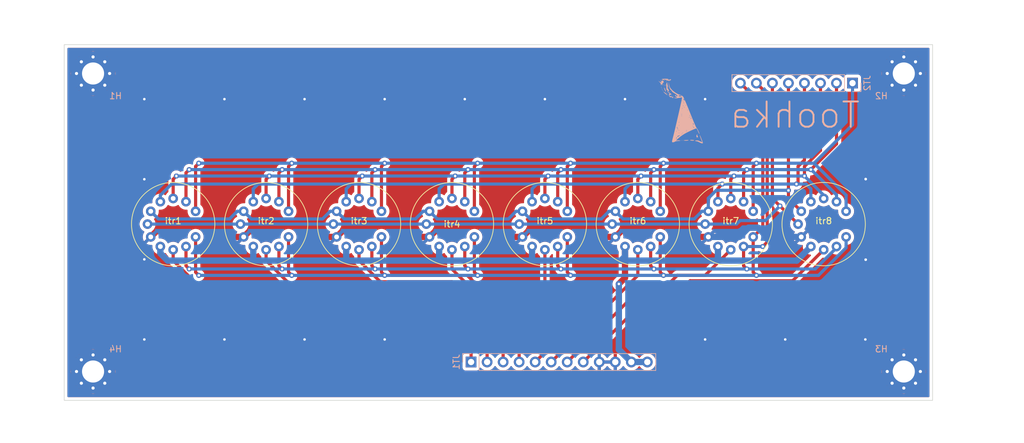
<source format=kicad_pcb>
(kicad_pcb (version 20211014) (generator pcbnew)
  (layers (0 "F.Cu" signal) (31 "B.Cu" signal) (34 "B.Paste" user) (35 "F.Paste" user) (36 "B.SilkS" user "B.Silkscreen") (37 "F.SilkS" user "F.Silkscreen") (38 "B.Mask" user) (39 "F.Mask" user) (44 "Edge.Cuts" user))
  (net 0 "")
  (net 1 "Net-(JT2-Pad1)")
  (net 2 "Net-(JT2-Pad2)")
  (net 3 "Net-(JT2-Pad3)")
  (net 4 "Net-(JT2-Pad4)")
  (net 5 "Net-(JT2-Pad5)")
  (net 6 "Net-(JT2-Pad6)")
  (net 7 "+1V5")
  (net 8 "Net-(JT2-Pad7)")
  (net 9 "Net-(JT2-Pad8)")
  (net 10 "GND")
  (net 11 "Net-(itr1-Pad9)")
  (net 12 "Net-(itr2-Pad9)")
  (net 13 "Net-(itr3-Pad9)")
  (net 14 "Net-(itr4-Pad9)")
  (net 15 "Net-(itr5-Pad9)")
  (net 16 "Net-(itr6-Pad9)")
  (net 17 "Net-(itr7-Pad9)")
  (net 18 "Net-(itr8-Pad9)")
  (footprint "Itron:itron_IV_6" (layer "F.Cu") (at 169.164 108.712)
    (fp_text reference "itr7" (at 0 -0.5 unlocked) (layer "F.SilkS"))
    (fp_text value "itron_IV_6")
    (pad "1" thru_hole circle (at 3.556 -2.032) (size 1.524 1.524) (drill 0.762) (layers *.Cu *.Mask) (net 1 "Net-(JT2-Pad1)"))
    (pad "2" thru_hole circle (at 2.032 -3.556) (size 1.524 1.524) (drill 0.762) (layers *.Cu *.Mask) (net 2 "Net-(JT2-Pad2)"))
    (pad "3" thru_hole circle (at 0 -4.064) (size 1.524 1.524) (drill 0.762) (layers *.Cu *.Mask) (net 3 "Net-(JT2-Pad3)"))
    (pad "4" thru_hole circle (at -2.032 -3.556) (size 1.524 1.524) (drill 0.762) (layers *.Cu *.Mask) (net 4 "Net-(JT2-Pad4)"))
    (pad "5" thru_hole circle (at -3.556 -2.032) (size 1.524 1.524) (drill 0.762) (layers *.Cu *.Mask) (net 5 "Net-(JT2-Pad5)"))
    (pad "6" thru_hole circle (at -4.064 0) (size 1.524 1.524) (drill 0.762) (layers *.Cu *.Mask) (net 6 "Net-(JT2-Pad6)"))
    (pad "7" thru_hole circle (at -3.556 2.032) (size 1.524 1.524) (drill 0.762) (layers *.Cu *.Mask) (net 10 "GND"))
    (pad "8" thru_hole circle (at -2.032 3.556) (size 1.524 1.524) (drill 0.762) (layers *.Cu *.Mask) (net 7 "+1V5"))
    (pad "9" thru_hole circle (at 0 4.064) (size 1.524 1.524) (drill 0.762) (layers *.Cu *.Mask) (net 17 "Net-(itr7-Pad9)"))
    (pad "10" thru_hole circle (at 2.032 3.556) (size 1.524 1.524) (drill 0.762) (layers *.Cu *.Mask) (net 8 "Net-(JT2-Pad7)"))
    (pad "11" thru_hole circle (at 3.556 2.032) (size 1.524 1.524) (drill 0.762) (layers *.Cu *.Mask) (net 9 "Net-(JT2-Pad8)"))
  )
  (footprint "Itron:itron_IV_6" (layer "F.Cu") (at 154.432 108.712)
    (fp_text reference "itr6" (at 0 -0.5 unlocked) (layer "F.SilkS"))
    (fp_text value "itron_IV_6")
    (pad "1" thru_hole circle (at 3.556 -2.032) (size 1.524 1.524) (drill 0.762) (layers *.Cu *.Mask) (net 1 "Net-(JT2-Pad1)"))
    (pad "2" thru_hole circle (at 2.032 -3.556) (size 1.524 1.524) (drill 0.762) (layers *.Cu *.Mask) (net 2 "Net-(JT2-Pad2)"))
    (pad "3" thru_hole circle (at 0 -4.064) (size 1.524 1.524) (drill 0.762) (layers *.Cu *.Mask) (net 3 "Net-(JT2-Pad3)"))
    (pad "4" thru_hole circle (at -2.032 -3.556) (size 1.524 1.524) (drill 0.762) (layers *.Cu *.Mask) (net 4 "Net-(JT2-Pad4)"))
    (pad "5" thru_hole circle (at -3.556 -2.032) (size 1.524 1.524) (drill 0.762) (layers *.Cu *.Mask) (net 5 "Net-(JT2-Pad5)"))
    (pad "6" thru_hole circle (at -4.064 0) (size 1.524 1.524) (drill 0.762) (layers *.Cu *.Mask) (net 6 "Net-(JT2-Pad6)"))
    (pad "7" thru_hole circle (at -3.556 2.032) (size 1.524 1.524) (drill 0.762) (layers *.Cu *.Mask) (net 10 "GND"))
    (pad "8" thru_hole circle (at -2.032 3.556) (size 1.524 1.524) (drill 0.762) (layers *.Cu *.Mask) (net 7 "+1V5"))
    (pad "9" thru_hole circle (at 0 4.064) (size 1.524 1.524) (drill 0.762) (layers *.Cu *.Mask) (net 16 "Net-(itr6-Pad9)"))
    (pad "10" thru_hole circle (at 2.032 3.556) (size 1.524 1.524) (drill 0.762) (layers *.Cu *.Mask) (net 8 "Net-(JT2-Pad7)"))
    (pad "11" thru_hole circle (at 3.556 2.032) (size 1.524 1.524) (drill 0.762) (layers *.Cu *.Mask) (net 9 "Net-(JT2-Pad8)"))
  )
  (footprint "MountingHole:MountingHole_3.5mm_Pad_Via" (layer "F.Cu") (at 196.596 84.836)
    (fp_text reference "H2" (at -3.556 3.556) (layer "B.SilkS") (effects (justify mirror)))
    (fp_text value "MountingHole_Pad")
    (pad "1" thru_hole circle (at -2.625 0) (size 0.8 0.8) (drill 0.5) (layers *.Cu *.Mask) (net 10 "GND"))
    (pad "1" thru_hole circle (at 0 2.625) (size 0.8 0.8) (drill 0.5) (layers *.Cu *.Mask) (net 10 "GND"))
    (pad "1" thru_hole circle (at 2.625 0) (size 0.8 0.8) (drill 0.5) (layers *.Cu *.Mask) (net 10 "GND"))
    (pad "1" thru_hole circle (at 1.856155 1.856155) (size 0.8 0.8) (drill 0.5) (layers *.Cu *.Mask) (net 10 "GND"))
    (pad "1" thru_hole circle (at -1.856155 -1.856155) (size 0.8 0.8) (drill 0.5) (layers *.Cu *.Mask) (net 10 "GND"))
    (pad "1" thru_hole circle (at -1.856155 1.856155) (size 0.8 0.8) (drill 0.5) (layers *.Cu *.Mask) (net 10 "GND"))
    (pad "1" thru_hole circle (at 0 0) (size 7 7) (drill 3.5) (layers *.Cu *.Mask) (net 10 "GND"))
    (pad "1" thru_hole circle (at 0 -2.625) (size 0.8 0.8) (drill 0.5) (layers *.Cu *.Mask) (net 10 "GND"))
    (pad "1" thru_hole circle (at 1.856155 -1.856155) (size 0.8 0.8) (drill 0.5) (layers *.Cu *.Mask) (net 10 "GND"))
  )
  (footprint "Itron:itron_IV_6" (layer "F.Cu") (at 95.504 108.712)
    (fp_text reference "itr2" (at 0 -0.5 unlocked) (layer "F.SilkS"))
    (fp_text value "itron_IV_6")
    (pad "1" thru_hole circle (at 3.556 -2.032) (size 1.524 1.524) (drill 0.762) (layers *.Cu *.Mask) (net 1 "Net-(JT2-Pad1)"))
    (pad "2" thru_hole circle (at 2.032 -3.556) (size 1.524 1.524) (drill 0.762) (layers *.Cu *.Mask) (net 2 "Net-(JT2-Pad2)"))
    (pad "3" thru_hole circle (at 0 -4.064) (size 1.524 1.524) (drill 0.762) (layers *.Cu *.Mask) (net 3 "Net-(JT2-Pad3)"))
    (pad "4" thru_hole circle (at -2.032 -3.556) (size 1.524 1.524) (drill 0.762) (layers *.Cu *.Mask) (net 4 "Net-(JT2-Pad4)"))
    (pad "5" thru_hole circle (at -3.556 -2.032) (size 1.524 1.524) (drill 0.762) (layers *.Cu *.Mask) (net 5 "Net-(JT2-Pad5)"))
    (pad "6" thru_hole circle (at -4.064 0) (size 1.524 1.524) (drill 0.762) (layers *.Cu *.Mask) (net 6 "Net-(JT2-Pad6)"))
    (pad "7" thru_hole circle (at -3.556 2.032) (size 1.524 1.524) (drill 0.762) (layers *.Cu *.Mask) (net 10 "GND"))
    (pad "8" thru_hole circle (at -2.032 3.556) (size 1.524 1.524) (drill 0.762) (layers *.Cu *.Mask) (net 7 "+1V5"))
    (pad "9" thru_hole circle (at 0 4.064) (size 1.524 1.524) (drill 0.762) (layers *.Cu *.Mask) (net 12 "Net-(itr2-Pad9)"))
    (pad "10" thru_hole circle (at 2.032 3.556) (size 1.524 1.524) (drill 0.762) (layers *.Cu *.Mask) (net 8 "Net-(JT2-Pad7)"))
    (pad "11" thru_hole circle (at 3.556 2.032) (size 1.524 1.524) (drill 0.762) (layers *.Cu *.Mask) (net 9 "Net-(JT2-Pad8)"))
  )
  (footprint "Itron:itron_IV_6" (layer "F.Cu") (at 110.236 108.712)
    (fp_text reference "itr3" (at 0 -0.5 unlocked) (layer "F.SilkS"))
    (fp_text value "itron_IV_6")
    (pad "1" thru_hole circle (at 3.556 -2.032) (size 1.524 1.524) (drill 0.762) (layers *.Cu *.Mask) (net 1 "Net-(JT2-Pad1)"))
    (pad "2" thru_hole circle (at 2.032 -3.556) (size 1.524 1.524) (drill 0.762) (layers *.Cu *.Mask) (net 2 "Net-(JT2-Pad2)"))
    (pad "3" thru_hole circle (at 0 -4.064) (size 1.524 1.524) (drill 0.762) (layers *.Cu *.Mask) (net 3 "Net-(JT2-Pad3)"))
    (pad "4" thru_hole circle (at -2.032 -3.556) (size 1.524 1.524) (drill 0.762) (layers *.Cu *.Mask) (net 4 "Net-(JT2-Pad4)"))
    (pad "5" thru_hole circle (at -3.556 -2.032) (size 1.524 1.524) (drill 0.762) (layers *.Cu *.Mask) (net 5 "Net-(JT2-Pad5)"))
    (pad "6" thru_hole circle (at -4.064 0) (size 1.524 1.524) (drill 0.762) (layers *.Cu *.Mask) (net 6 "Net-(JT2-Pad6)"))
    (pad "7" thru_hole circle (at -3.556 2.032) (size 1.524 1.524) (drill 0.762) (layers *.Cu *.Mask) (net 10 "GND"))
    (pad "8" thru_hole circle (at -2.032 3.556) (size 1.524 1.524) (drill 0.762) (layers *.Cu *.Mask) (net 7 "+1V5"))
    (pad "9" thru_hole circle (at 0 4.064) (size 1.524 1.524) (drill 0.762) (layers *.Cu *.Mask) (net 13 "Net-(itr3-Pad9)"))
    (pad "10" thru_hole circle (at 2.032 3.556) (size 1.524 1.524) (drill 0.762) (layers *.Cu *.Mask) (net 8 "Net-(JT2-Pad7)"))
    (pad "11" thru_hole circle (at 3.556 2.032) (size 1.524 1.524) (drill 0.762) (layers *.Cu *.Mask) (net 9 "Net-(JT2-Pad8)"))
  )
  (footprint "Itron:itron_IV_6" (layer "F.Cu") (at 183.896 108.712)
    (fp_text reference "itr8" (at 0 -0.5 unlocked) (layer "F.SilkS"))
    (fp_text value "itron_IV_6")
    (pad "1" thru_hole circle (at 3.556 -2.032) (size 1.524 1.524) (drill 0.762) (layers *.Cu *.Mask) (net 1 "Net-(JT2-Pad1)"))
    (pad "2" thru_hole circle (at 2.032 -3.556) (size 1.524 1.524) (drill 0.762) (layers *.Cu *.Mask) (net 2 "Net-(JT2-Pad2)"))
    (pad "3" thru_hole circle (at 0 -4.064) (size 1.524 1.524) (drill 0.762) (layers *.Cu *.Mask) (net 3 "Net-(JT2-Pad3)"))
    (pad "4" thru_hole circle (at -2.032 -3.556) (size 1.524 1.524) (drill 0.762) (layers *.Cu *.Mask) (net 4 "Net-(JT2-Pad4)"))
    (pad "5" thru_hole circle (at -3.556 -2.032) (size 1.524 1.524) (drill 0.762) (layers *.Cu *.Mask) (net 5 "Net-(JT2-Pad5)"))
    (pad "6" thru_hole circle (at -4.064 0) (size 1.524 1.524) (drill 0.762) (layers *.Cu *.Mask) (net 6 "Net-(JT2-Pad6)"))
    (pad "7" thru_hole circle (at -3.556 2.032) (size 1.524 1.524) (drill 0.762) (layers *.Cu *.Mask) (net 10 "GND"))
    (pad "8" thru_hole circle (at -2.032 3.556) (size 1.524 1.524) (drill 0.762) (layers *.Cu *.Mask) (net 7 "+1V5"))
    (pad "9" thru_hole circle (at 0 4.064) (size 1.524 1.524) (drill 0.762) (layers *.Cu *.Mask) (net 18 "Net-(itr8-Pad9)"))
    (pad "10" thru_hole circle (at 2.032 3.556) (size 1.524 1.524) (drill 0.762) (layers *.Cu *.Mask) (net 8 "Net-(JT2-Pad7)"))
    (pad "11" thru_hole circle (at 3.556 2.032) (size 1.524 1.524) (drill 0.762) (layers *.Cu *.Mask) (net 9 "Net-(JT2-Pad8)"))
  )
  (footprint "MountingHole:MountingHole_3.5mm_Pad_Via" (layer "F.Cu") (at 68.072 132.08)
    (fp_text reference "H4" (at 3.556 -3.556) (layer "B.SilkS") (effects (justify mirror)))
    (fp_text value "MountingHole_Pad")
    (pad "1" thru_hole circle (at 1.856155 -1.856155) (size 0.8 0.8) (drill 0.5) (layers *.Cu *.Mask) (net 10 "GND"))
    (pad "1" thru_hole circle (at 2.625 0) (size 0.8 0.8) (drill 0.5) (layers *.Cu *.Mask) (net 10 "GND"))
    (pad "1" thru_hole circle (at -2.625 0) (size 0.8 0.8) (drill 0.5) (layers *.Cu *.Mask) (net 10 "GND"))
    (pad "1" thru_hole circle (at -1.856155 1.856155) (size 0.8 0.8) (drill 0.5) (layers *.Cu *.Mask) (net 10 "GND"))
    (pad "1" thru_hole circle (at 0 0) (size 7 7) (drill 3.5) (layers *.Cu *.Mask) (net 10 "GND"))
    (pad "1" thru_hole circle (at -1.856155 -1.856155) (size 0.8 0.8) (drill 0.5) (layers *.Cu *.Mask) (net 10 "GND"))
    (pad "1" thru_hole circle (at 0 2.625) (size 0.8 0.8) (drill 0.5) (layers *.Cu *.Mask) (net 10 "GND"))
    (pad "1" thru_hole circle (at 1.856155 1.856155) (size 0.8 0.8) (drill 0.5) (layers *.Cu *.Mask) (net 10 "GND"))
    (pad "1" thru_hole circle (at 0 -2.625) (size 0.8 0.8) (drill 0.5) (layers *.Cu *.Mask) (net 10 "GND"))
  )
  (footprint "Itron:itron_IV_6" (layer "F.Cu") (at 124.968 108.712)
    (fp_text reference "itr4" (at 0 0 unlocked) (layer "F.SilkS"))
    (fp_text value "itron_IV_6")
    (pad "1" thru_hole circle (at 3.556 -2.032) (size 1.524 1.524) (drill 0.762) (layers *.Cu *.Mask) (net 1 "Net-(JT2-Pad1)"))
    (pad "2" thru_hole circle (at 2.032 -3.556) (size 1.524 1.524) (drill 0.762) (layers *.Cu *.Mask) (net 2 "Net-(JT2-Pad2)"))
    (pad "3" thru_hole circle (at 0 -4.064) (size 1.524 1.524) (drill 0.762) (layers *.Cu *.Mask) (net 3 "Net-(JT2-Pad3)"))
    (pad "4" thru_hole circle (at -2.032 -3.556) (size 1.524 1.524) (drill 0.762) (layers *.Cu *.Mask) (net 4 "Net-(JT2-Pad4)"))
    (pad "5" thru_hole circle (at -3.556 -2.032) (size 1.524 1.524) (drill 0.762) (layers *.Cu *.Mask) (net 5 "Net-(JT2-Pad5)"))
    (pad "6" thru_hole circle (at -4.064 0) (size 1.524 1.524) (drill 0.762) (layers *.Cu *.Mask) (net 6 "Net-(JT2-Pad6)"))
    (pad "7" thru_hole circle (at -3.556 2.032) (size 1.524 1.524) (drill 0.762) (layers *.Cu *.Mask) (net 10 "GND"))
    (pad "8" thru_hole circle (at -2.032 3.556) (size 1.524 1.524) (drill 0.762) (layers *.Cu *.Mask) (net 7 "+1V5"))
    (pad "9" thru_hole circle (at 0 4.064) (size 1.524 1.524) (drill 0.762) (layers *.Cu *.Mask) (net 14 "Net-(itr4-Pad9)"))
    (pad "10" thru_hole circle (at 2.032 3.556) (size 1.524 1.524) (drill 0.762) (layers *.Cu *.Mask) (net 8 "Net-(JT2-Pad7)"))
    (pad "11" thru_hole circle (at 3.556 2.032) (size 1.524 1.524) (drill 0.762) (layers *.Cu *.Mask) (net 9 "Net-(JT2-Pad8)"))
  )
  (footprint "MountingHole:MountingHole_3.5mm_Pad_Via" (layer "F.Cu") (at 68.072 84.836)
    (fp_text reference "H1" (at 3.556 3.556) (layer "B.SilkS") (effects (justify mirror)))
    (fp_text value "MountingHole_Pad")
    (pad "1" thru_hole circle (at 0 0) (size 7 7) (drill 3.5) (layers *.Cu *.Mask) (net 10 "GND"))
    (pad "1" thru_hole circle (at -1.856155 1.856155) (size 0.8 0.8) (drill 0.5) (layers *.Cu *.Mask) (net 10 "GND"))
    (pad "1" thru_hole circle (at -1.856155 -1.856155) (size 0.8 0.8) (drill 0.5) (layers *.Cu *.Mask) (net 10 "GND"))
    (pad "1" thru_hole circle (at 1.856155 1.856155) (size 0.8 0.8) (drill 0.5) (layers *.Cu *.Mask) (net 10 "GND"))
    (pad "1" thru_hole circle (at -2.625 0) (size 0.8 0.8) (drill 0.5) (layers *.Cu *.Mask) (net 10 "GND"))
    (pad "1" thru_hole circle (at 0 2.625) (size 0.8 0.8) (drill 0.5) (layers *.Cu *.Mask) (net 10 "GND"))
    (pad "1" thru_hole circle (at 0 -2.625) (size 0.8 0.8) (drill 0.5) (layers *.Cu *.Mask) (net 10 "GND"))
    (pad "1" thru_hole circle (at 1.856155 -1.856155) (size 0.8 0.8) (drill 0.5) (layers *.Cu *.Mask) (net 10 "GND"))
    (pad "1" thru_hole circle (at 2.625 0) (size 0.8 0.8) (drill 0.5) (layers *.Cu *.Mask) (net 10 "GND"))
  )
  (footprint "Itron:itron_IV_6" (layer "F.Cu") (at 80.772 108.712)
    (fp_text reference "itr1" (at 0 -0.5 unlocked) (layer "F.SilkS"))
    (fp_text value "itron_IV_6")
    (pad "1" thru_hole circle (at 3.556 -2.032) (size 1.524 1.524) (drill 0.762) (layers *.Cu *.Mask) (net 1 "Net-(JT2-Pad1)"))
    (pad "2" thru_hole circle (at 2.032 -3.556) (size 1.524 1.524) (drill 0.762) (layers *.Cu *.Mask) (net 2 "Net-(JT2-Pad2)"))
    (pad "3" thru_hole circle (at 0 -4.064) (size 1.524 1.524) (drill 0.762) (layers *.Cu *.Mask) (net 3 "Net-(JT2-Pad3)"))
    (pad "4" thru_hole circle (at -2.032 -3.556) (size 1.524 1.524) (drill 0.762) (layers *.Cu *.Mask) (net 4 "Net-(JT2-Pad4)"))
    (pad "5" thru_hole circle (at -3.556 -2.032) (size 1.524 1.524) (drill 0.762) (layers *.Cu *.Mask) (net 5 "Net-(JT2-Pad5)"))
    (pad "6" thru_hole circle (at -4.064 0) (size 1.524 1.524) (drill 0.762) (layers *.Cu *.Mask) (net 6 "Net-(JT2-Pad6)"))
    (pad "7" thru_hole circle (at -3.556 2.032) (size 1.524 1.524) (drill 0.762) (layers *.Cu *.Mask) (net 10 "GND"))
    (pad "8" thru_hole circle (at -2.032 3.556) (size 1.524 1.524) (drill 0.762) (layers *.Cu *.Mask) (net 7 "+1V5"))
    (pad "9" thru_hole circle (at 0 4.064) (size 1.524 1.524) (drill 0.762) (layers *.Cu *.Mask) (net 11 "Net-(itr1-Pad9)"))
    (pad "10" thru_hole circle (at 2.032 3.556) (size 1.524 1.524) (drill 0.762) (layers *.Cu *.Mask) (net 8 "Net-(JT2-Pad7)"))
    (pad "11" thru_hole circle (at 3.556 2.032) (size 1.524 1.524) (drill 0.762) (layers *.Cu *.Mask) (net 9 "Net-(JT2-Pad8)"))
  )
  (footprint "Itron:itron_IV_6" (layer "F.Cu") (at 139.7 108.712)
    (fp_text reference "itr5" (at 0 -0.5 unlocked) (layer "F.SilkS"))
    (fp_text value "itron_IV_6")
    (pad "1" thru_hole circle (at 3.556 -2.032) (size 1.524 1.524) (drill 0.762) (layers *.Cu *.Mask) (net 1 "Net-(JT2-Pad1)"))
    (pad "2" thru_hole circle (at 2.032 -3.556) (size 1.524 1.524) (drill 0.762) (layers *.Cu *.Mask) (net 2 "Net-(JT2-Pad2)"))
    (pad "3" thru_hole circle (at 0 -4.064) (size 1.524 1.524) (drill 0.762) (layers *.Cu *.Mask) (net 3 "Net-(JT2-Pad3)"))
    (pad "4" thru_hole circle (at -2.032 -3.556) (size 1.524 1.524) (drill 0.762) (layers *.Cu *.Mask) (net 4 "Net-(JT2-Pad4)"))
    (pad "5" thru_hole circle (at -3.556 -2.032) (size 1.524 1.524) (drill 0.762) (layers *.Cu *.Mask) (net 5 "Net-(JT2-Pad5)"))
    (pad "6" thru_hole circle (at -4.064 0) (size 1.524 1.524) (drill 0.762) (layers *.Cu *.Mask) (net 6 "Net-(JT2-Pad6)"))
    (pad "7" thru_hole circle (at -3.556 2.032) (size 1.524 1.524) (drill 0.762) (layers *.Cu *.Mask) (net 10 "GND"))
    (pad "8" thru_hole circle (at -2.032 3.556) (size 1.524 1.524) (drill 0.762) (layers *.Cu *.Mask) (net 7 "+1V5"))
    (pad "9" thru_hole circle (at 0 4.064) (size 1.524 1.524) (drill 0.762) (layers *.Cu *.Mask) (net 15 "Net-(itr5-Pad9)"))
    (pad "10" thru_hole circle (at 2.032 3.556) (size 1.524 1.524) (drill 0.762) (layers *.Cu *.Mask) (net 8 "Net-(JT2-Pad7)"))
    (pad "11" thru_hole circle (at 3.556 2.032) (size 1.524 1.524) (drill 0.762) (layers *.Cu *.Mask) (net 9 "Net-(JT2-Pad8)"))
  )
  (footprint "MountingHole:MountingHole_3.5mm_Pad_Via" (layer "F.Cu") (at 196.596 132.08)
    (fp_text reference "H3" (at -3.556 -3.556) (layer "B.SilkS") (effects (justify mirror)))
    (fp_text value "MountingHole_Pad")
    (pad "1" thru_hole circle (at 1.856155 1.856155) (size 0.8 0.8) (drill 0.5) (layers *.Cu *.Mask) (net 10 "GND"))
    (pad "1" thru_hole circle (at -1.856155 -1.856155) (size 0.8 0.8) (drill 0.5) (layers *.Cu *.Mask) (net 10 "GND"))
    (pad "1" thru_hole circle (at -1.856155 1.856155) (size 0.8 0.8) (drill 0.5) (layers *.Cu *.Mask) (net 10 "GND"))
    (pad "1" thru_hole circle (at 2.625 0) (size 0.8 0.8) (drill 0.5) (layers *.Cu *.Mask) (net 10 "GND"))
    (pad "1" thru_hole circle (at 0 -2.625) (size 0.8 0.8) (drill 0.5) (layers *.Cu *.Mask) (net 10 "GND"))
    (pad "1" thru_hole circle (at 1.856155 -1.856155) (size 0.8 0.8) (drill 0.5) (layers *.Cu *.Mask) (net 10 "GND"))
    (pad "1" thru_hole circle (at 0 0) (size 7 7) (drill 3.5) (layers *.Cu *.Mask) (net 10 "GND"))
    (pad "1" thru_hole circle (at 0 2.625) (size 0.8 0.8) (drill 0.5) (layers *.Cu *.Mask) (net 10 "GND"))
    (pad "1" thru_hole circle (at -2.625 0) (size 0.8 0.8) (drill 0.5) (layers *.Cu *.Mask) (net 10 "GND"))
  )
  (footprint "Connector_PinHeader_2.54mm:PinHeader_1x12_P2.54mm_Vertical" (layer "B.Cu") (at 128 130.575 -90)
    (fp_text reference "JT1" (at 0 2.33 90) (layer "B.SilkS") (effects (justify mirror)))
    (fp_text value "Conn_01x12")
    (pad "1" thru_hole rect (at 0 0 270) (size 1.7 1.7) (drill 1) (layers *.Cu *.Mask) (net 11 "Net-(itr1-Pad9)"))
    (pad "2" thru_hole oval (at 0 -2.54 270) (size 1.7 1.7) (drill 1) (layers *.Cu *.Mask) (net 12 "Net-(itr2-Pad9)"))
    (pad "3" thru_hole oval (at 0 -5.08 270) (size 1.7 1.7) (drill 1) (layers *.Cu *.Mask) (net 13 "Net-(itr3-Pad9)"))
    (pad "4" thru_hole oval (at 0 -7.62 270) (size 1.7 1.7) (drill 1) (layers *.Cu *.Mask) (net 14 "Net-(itr4-Pad9)"))
    (pad "5" thru_hole oval (at 0 -10.16 270) (size 1.7 1.7) (drill 1) (layers *.Cu *.Mask) (net 15 "Net-(itr5-Pad9)"))
    (pad "6" thru_hole oval (at 0 -12.7 270) (size 1.7 1.7) (drill 1) (layers *.Cu *.Mask) (net 16 "Net-(itr6-Pad9)"))
    (pad "7" thru_hole oval (at 0 -15.24 270) (size 1.7 1.7) (drill 1) (layers *.Cu *.Mask) (net 17 "Net-(itr7-Pad9)"))
    (pad "8" thru_hole oval (at 0 -17.78 270) (size 1.7 1.7) (drill 1) (layers *.Cu *.Mask) (net 18 "Net-(itr8-Pad9)"))
    (pad "9" thru_hole oval (at 0 -20.32 270) (size 1.7 1.7) (drill 1) (layers *.Cu *.Mask) (net 10 "GND"))
    (pad "10" thru_hole oval (at 0 -22.86 270) (size 1.7 1.7) (drill 1) (layers *.Cu *.Mask) (net 10 "GND"))
    (pad "11" thru_hole oval (at 0 -25.4 270) (size 1.7 1.7) (drill 1) (layers *.Cu *.Mask) (net 7 "+1V5"))
    (pad "12" thru_hole oval (at 0 -27.94 270) (size 1.7 1.7) (drill 1) (layers *.Cu *.Mask) (net 7 "+1V5"))
  )
  (footprint "Connector_PinHeader_2.54mm:PinHeader_1x08_P2.54mm_Vertical" (layer "B.Cu") (at 188.468 86.36 90)
    (fp_text reference "JT2" (at 0 2.33 90) (layer "B.SilkS") (effects (justify mirror)))
    (fp_text value "Conn_01x08")
    (pad "1" thru_hole rect (at 0 0 90) (size 1.7 1.7) (drill 1) (layers *.Cu *.Mask) (net 1 "Net-(JT2-Pad1)"))
    (pad "2" thru_hole oval (at 0 -2.54 90) (size 1.7 1.7) (drill 1) (layers *.Cu *.Mask) (net 2 "Net-(JT2-Pad2)"))
    (pad "3" thru_hole oval (at 0 -5.08 90) (size 1.7 1.7) (drill 1) (layers *.Cu *.Mask) (net 3 "Net-(JT2-Pad3)"))
    (pad "4" thru_hole oval (at 0 -7.62 90) (size 1.7 1.7) (drill 1) (layers *.Cu *.Mask) (net 4 "Net-(JT2-Pad4)"))
    (pad "5" thru_hole oval (at 0 -10.16 90) (size 1.7 1.7) (drill 1) (layers *.Cu *.Mask) (net 5 "Net-(JT2-Pad5)"))
    (pad "6" thru_hole oval (at 0 -12.7 90) (size 1.7 1.7) (drill 1) (layers *.Cu *.Mask) (net 6 "Net-(JT2-Pad6)"))
    (pad "7" thru_hole oval (at 0 -15.24 90) (size 1.7 1.7) (drill 1) (layers *.Cu *.Mask) (net 8 "Net-(JT2-Pad7)"))
    (pad "8" thru_hole oval (at 0 -17.78 90) (size 1.7 1.7) (drill 1) (layers *.Cu *.Mask) (net 9 "Net-(JT2-Pad8)"))
  )
  (footprint "LOGO" (layer "B.Cu") (at 161.258506 90.75 180)
    (fp_text reference "G***" hide)
    (fp_text value "LOGO" hide)
  )
  (gr_rect (start 63.5 80.264) (end 201.168 136.652) (layer "Edge.Cuts") (width 0.1) (fill none))
  (gr_text "Toohka" (at 179.324 91.44) (layer "B.SilkS") (effects (font (size 4 4) (thickness 0.3)) (justify mirror)))
  (segment (start 113.792 106.68) (end 113.792 99.568) (width 0.5) (layer "F.Cu") (net 1))
  (segment (start 157.988 106.68) (end 157.988 99.568) (width 0.5) (layer "F.Cu") (net 1))
  (segment (start 113.792 99.568) (end 114.3 99.06) (width 0.5) (layer "F.Cu") (net 1))
  (segment (start 128.524 106.68) (end 128.524 99.568) (width 0.5) (layer "F.Cu") (net 1))
  (segment (start 128.524 99.568) (end 129.032 99.06) (width 0.5) (layer "F.Cu") (net 1))
  (segment (start 99.06 106.68) (end 99.06 99.568) (width 0.5) (layer "F.Cu") (net 1))
  (segment (start 84.328 99.568) (end 84.836 99.06) (width 0.5) (layer "F.Cu") (net 1))
  (segment (start 143.256 99.568) (end 143.764 99.06) (width 0.5) (layer "F.Cu") (net 1))
  (segment (start 172.72 99.568) (end 173.228 99.06) (width 0.5) (layer "F.Cu") (net 1))
  (segment (start 172.72 106.68) (end 172.72 99.568) (width 0.5) (layer "F.Cu") (net 1))
  (segment (start 84.328 106.68) (end 84.328 99.568) (width 0.5) (layer "F.Cu") (net 1))
  (segment (start 157.988 99.568) (end 158.496 99.06) (width 0.5) (layer "F.Cu") (net 1))
  (segment (start 99.06 99.568) (end 99.568 99.06) (width 0.5) (layer "F.Cu") (net 1))
  (segment (start 143.256 106.68) (end 143.256 99.568) (width 0.5) (layer "F.Cu") (net 1))
  (via (at 99.568 99.06) (size 0.8) (drill 0.4) (layers "F.Cu" "B.Cu") (net 1))
  (via (at 84.836 99.06) (size 0.8) (drill 0.4) (layers "F.Cu" "B.Cu") (net 1))
  (via (at 114.3 99.06) (size 0.8) (drill 0.4) (layers "F.Cu" "B.Cu") (net 1))
  (via (at 143.764 99.06) (size 0.8) (drill 0.4) (layers "F.Cu" "B.Cu") (net 1))
  (via (at 129.032 99.06) (size 0.8) (drill 0.4) (layers "F.Cu" "B.Cu") (net 1))
  (via (at 173.228 99.06) (size 0.8) (drill 0.4) (layers "F.Cu" "B.Cu") (net 1))
  (via (at 158.496 99.06) (size 0.8) (drill 0.4) (layers "F.Cu" "B.Cu") (net 1))
  (segment (start 84.836 99.06) (end 182.372 99.06) (width 0.5) (layer "B.Cu") (net 1))
  (segment (start 187.452 104.14) (end 187.452 106.68) (width 0.5) (layer "B.Cu") (net 1))
  (segment (start 182.372 99.06) (end 187.452 104.14) (width 0.5) (layer "B.Cu") (net 1))
  (segment (start 188.468 86.36) (end 188.468 92.964) (width 0.5) (layer "B.Cu") (net 1))
  (segment (start 188.468 92.964) (end 182.372 99.06) (width 0.5) (layer "B.Cu") (net 1))
  (segment (start 127 100.584) (end 127.508 100.076) (width 0.5) (layer "F.Cu") (net 2))
  (segment (start 97.536 105.156) (end 97.536 100.584) (width 0.5) (layer "F.Cu") (net 2))
  (segment (start 82.804 105.156) (end 82.804 100.584) (width 0.5) (layer "F.Cu") (net 2))
  (segment (start 112.268 100.584) (end 112.776 100.076) (width 0.5) (layer "F.Cu") (net 2))
  (segment (start 171.196 105.156) (end 171.196 100.584) (width 0.5) (layer "F.Cu") (net 2))
  (segment (start 127 105.156) (end 127 100.584) (width 0.5) (layer "F.Cu") (net 2))
  (segment (start 141.732 100.584) (end 142.24 100.076) (width 0.5) (layer "F.Cu") (net 2))
  (segment (start 171.196 100.584) (end 171.704 100.076) (width 0.5) (layer "F.Cu") (net 2))
  (segment (start 185.928 86.36) (end 185.928 96.012) (width 0.5) (layer "F.Cu") (net 2))
  (segment (start 156.464 100.584) (end 156.972 100.076) (width 0.5) (layer "F.Cu") (net 2))
  (segment (start 185.928 96.012) (end 181.864 100.076) (width 0.5) (layer "F.Cu") (net 2))
  (segment (start 82.804 100.584) (end 83.312 100.076) (width 0.5) (layer "F.Cu") (net 2))
  (segment (start 141.732 105.156) (end 141.732 100.584) (width 0.5) (layer "F.Cu") (net 2))
  (segment (start 97.536 100.584) (end 98.044 100.076) (width 0.5) (layer "F.Cu") (net 2))
  (segment (start 112.268 105.156) (end 112.268 100.584) (width 0.5) (layer "F.Cu") (net 2))
  (segment (start 156.464 105.156) (end 156.464 100.584) (width 0.5) (layer "F.Cu") (net 2))
  (via (at 171.704 100.076) (size 0.8) (drill 0.4) (layers "F.Cu" "B.Cu") (net 2))
  (via (at 112.776 100.076) (size 0.8) (drill 0.4) (layers "F.Cu" "B.Cu") (net 2))
  (via (at 181.864 100.076) (size 0.8) (drill 0.4) (layers "F.Cu" "B.Cu") (net 2))
  (via (at 98.044 100.076) (size 0.8) (drill 0.4) (layers "F.Cu" "B.Cu") (net 2))
  (via (at 127.508 100.076) (size 0.8) (drill 0.4) (layers "F.Cu" "B.Cu") (net 2))
  (via (at 142.24 100.076) (size 0.8) (drill 0.4) (layers "F.Cu" "B.Cu") (net 2))
  (via (at 156.972 100.076) (size 0.8) (drill 0.4) (layers "F.Cu" "B.Cu") (net 2))
  (via (at 83.312 100.076) (size 0.8) (drill 0.4) (layers "F.Cu" "B.Cu") (net 2))
  (segment (start 181.864 100.076) (end 83.312 100.076) (width 0.5) (layer "B.Cu") (net 2))
  (segment (start 185.928 104.07837) (end 181.92563 100.076) (width 0.5) (layer "B.Cu") (net 2))
  (segment (start 181.92563 100.076) (end 181.864 100.076) (width 0.5) (layer "B.Cu") (net 2))
  (segment (start 185.928 105.156) (end 185.928 104.07837) (width 0.5) (layer "B.Cu") (net 2))
  (segment (start 183.388 97.028) (end 180.848 99.568) (width 0.5) (layer "F.Cu") (net 3))
  (segment (start 139.7 104.648) (end 139.7 101.6) (width 0.5) (layer "F.Cu") (net 3))
  (segment (start 110.236 101.6) (end 110.744 101.092) (width 0.5) (layer "F.Cu") (net 3))
  (segment (start 180.848 99.568) (end 180.848 101.092) (width 0.5) (layer "F.Cu") (net 3))
  (segment (start 183.388 86.36) (end 183.388 97.028) (width 0.5) (layer "F.Cu") (net 3))
  (segment (start 154.432 101.6) (end 154.94 101.092) (width 0.5) (layer "F.Cu") (net 3))
  (segment (start 124.968 104.648) (end 124.968 101.6) (width 0.5) (layer "F.Cu") (net 3))
  (segment (start 124.968 101.6) (end 125.476 101.092) (width 0.5) (layer "F.Cu") (net 3))
  (segment (start 80.772 104.648) (end 80.772 101.6) (width 0.5) (layer "F.Cu") (net 3))
  (segment (start 95.504 104.648) (end 95.504 101.6) (width 0.5) (layer "F.Cu") (net 3))
  (segment (start 110.236 104.648) (end 110.236 101.6) (width 0.5) (layer "F.Cu") (net 3))
  (segment (start 154.432 104.648) (end 154.432 101.6) (width 0.5) (layer "F.Cu") (net 3))
  (segment (start 80.772 101.6) (end 81.28 101.092) (width 0.5) (layer "F.Cu") (net 3))
  (segment (start 95.504 101.6) (end 96.012 101.092) (width 0.5) (layer "F.Cu") (net 3))
  (segment (start 169.164 101.6) (end 169.672 101.092) (width 0.5) (layer "F.Cu") (net 3))
  (segment (start 139.7 101.6) (end 140.208 101.092) (width 0.5) (layer "F.Cu") (net 3))
  (segment (start 169.164 104.648) (end 169.164 101.6) (width 0.5) (layer "F.Cu") (net 3))
  (via (at 81.28 101.092) (size 0.8) (drill 0.4) (layers "F.Cu" "B.Cu") (net 3))
  (via (at 154.94 101.092) (size 0.8) (drill 0.4) (layers "F.Cu" "B.Cu") (net 3))
  (via (at 140.208 101.092) (size 0.8) (drill 0.4) (layers "F.Cu" "B.Cu") (net 3))
  (via (at 110.744 101.092) (size 0.8) (drill 0.4) (layers "F.Cu" "B.Cu") (net 3))
  (via (at 96.012 101.092) (size 0.8) (drill 0.4) (layers "F.Cu" "B.Cu") (net 3))
  (via (at 180.848 101.092) (size 0.8) (drill 0.4) (layers "F.Cu" "B.Cu") (net 3))
  (via (at 169.672 101.092) (size 0.8) (drill 0.4) (layers "F.Cu" "B.Cu") (net 3))
  (via (at 125.476 101.092) (size 0.8) (drill 0.4) (layers "F.Cu" "B.Cu") (net 3))
  (segment (start 81.28 101.092) (end 180.848 101.092) (width 0.5) (layer "B.Cu") (net 3))
  (segment (start 180.848 101.092) (end 183.896 104.14) (width 0.5) (layer "B.Cu") (net 3))
  (segment (start 183.896 104.14) (end 183.896 104.648) (width 0.5) (layer "B.Cu") (net 3))
  (segment (start 180.848 98.552) (end 179.832 99.568) (width 0.5) (layer "F.Cu") (net 4))
  (segment (start 180.848 86.36) (end 180.848 98.552) (width 0.5) (layer "F.Cu") (net 4))
  (segment (start 179.832 99.568) (end 179.832 102.108) (width 0.5) (layer "F.Cu") (net 4))
  (segment (start 167.132 105.156) (end 167.132 103.043) (width 0.5) (layer "F.Cu") (net 4))
  (segment (start 167.132 103.043) (end 167.813 102.362) (width 0.5) (layer "F.Cu") (net 4))
  (segment (start 179.832 102.108) (end 179.578 102.362) (width 0.5) (layer "F.Cu") (net 4))
  (via (at 179.578 102.362) (size 0.8) (drill 0.4) (layers "F.Cu" "B.Cu") (net 4))
  (via (at 167.813 102.362) (size 0.8) (drill 0.4) (layers "F.Cu" "B.Cu") (net 4))
  (segment (start 122.936 105.156) (end 122.936 103.124) (width 0.5) (layer "B.Cu") (net 4))
  (segment (start 108.204 103.124) (end 108.966 102.362) (width 0.5) (layer "B.Cu") (net 4))
  (segment (start 78.74 104.14) (end 80.518 102.362) (width 0.5) (layer "B.Cu") (net 4))
  (segment (start 153.162 102.362) (end 167.813 102.362) (width 0.5) (layer "B.Cu") (net 4))
  (segment (start 152.4 105.156) (end 152.4 103.124) (width 0.5) (layer "B.Cu") (net 4))
  (segment (start 108.966 102.362) (end 123.698 102.362) (width 0.5) (layer "B.Cu") (net 4))
  (segment (start 78.74 105.156) (end 78.74 104.14) (width 0.5) (layer "B.Cu") (net 4))
  (segment (start 137.668 103.124) (end 138.43 102.362) (width 0.5) (layer "B.Cu") (net 4))
  (segment (start 108.204 105.156) (end 108.204 103.124) (width 0.5) (layer "B.Cu") (net 4))
  (segment (start 181.864 103.124) (end 181.102 102.362) (width 0.5) (layer "B.Cu") (net 4))
  (segment (start 138.43 102.362) (end 153.162 102.362) (width 0.5) (layer "B.Cu") (net 4))
  (segment (start 181.864 105.156) (end 181.864 103.124) (width 0.5) (layer "B.Cu") (net 4))
  (segment (start 122.936 103.124) (end 123.698 102.362) (width 0.5) (layer "B.Cu") (net 4))
  (segment (start 80.518 102.362) (end 94.234 102.362) (width 0.5) (layer "B.Cu") (net 4))
  (segment (start 94.234 102.362) (end 108.966 102.362) (width 0.5) (layer "B.Cu") (net 4))
  (segment (start 179.578 102.362) (end 167.894 102.362) (width 0.5) (layer "B.Cu") (net 4))
  (segment (start 93.472 105.156) (end 93.472 103.124) (width 0.5) (layer "B.Cu") (net 4))
  (segment (start 152.4 103.124) (end 153.162 102.362) (width 0.5) (layer "B.Cu") (net 4))
  (segment (start 93.472 103.124) (end 94.234 102.362) (width 0.5) (layer "B.Cu") (net 4))
  (segment (start 123.698 102.362) (end 138.43 102.362) (width 0.5) (layer "B.Cu") (net 4))
  (segment (start 181.102 102.362) (end 179.578 102.362) (width 0.5) (layer "B.Cu") (net 4))
  (segment (start 167.813 102.362) (end 167.894 102.362) (width 0.5) (layer "B.Cu") (net 4))
  (segment (start 137.668 105.156) (end 137.668 103.124) (width 0.5) (layer "B.Cu") (net 4))
  (segment (start 178.308 86.36) (end 178.308 103.367) (width 0.5) (layer "F.Cu") (net 5))
  (segment (start 178.308 104.648) (end 180.34 106.68) (width 0.5) (layer "F.Cu") (net 5))
  (segment (start 178.308 103.367) (end 178.308 104.648) (width 0.5) (layer "F.Cu") (net 5))
  (via (at 178.308 103.367) (size 0.8) (drill 0.4) (layers "F.Cu" "B.Cu") (net 5))
  (segment (start 165.608 106.68) (end 165.608 104.617) (width 0.5) (layer "B.Cu") (net 5))
  (segment (start 137.355511 107.891511) (end 136.144 106.68) (width 0.5) (layer "B.Cu") (net 5))
  (segment (start 135.128 106.68) (end 133.916489 107.891511) (width 0.5) (layer "B.Cu") (net 5))
  (segment (start 150.876 106.68) (end 149.86 106.68) (width 0.5) (layer "B.Cu") (net 5))
  (segment (start 89.720489 107.891511) (end 78.427511 107.891511) (width 0.5) (layer "B.Cu") (net 5))
  (segment (start 178.291 103.35) (end 178.308 103.367) (width 0.5) (layer "B.Cu") (net 5))
  (segment (start 165.608 104.617) (end 166.875 103.35) (width 0.5) (layer "B.Cu") (net 5))
  (segment (start 106.68 106.68) (end 105.664 106.68) (width 0.5) (layer "B.Cu") (net 5))
  (segment (start 163.380489 107.891511) (end 152.087511 107.891511) (width 0.5) (layer "B.Cu") (net 5))
  (segment (start 91.948 106.68) (end 90.932 106.68) (width 0.5) (layer "B.Cu") (net 5))
  (segment (start 105.664 106.68) (end 104.452489 107.891511) (width 0.5) (layer "B.Cu") (net 5))
  (segment (start 78.427511 107.891511) (end 77.216 106.68) (width 0.5) (layer "B.Cu") (net 5))
  (segment (start 93.159511 107.891511) (end 91.948 106.68) (width 0.5) (layer "B.Cu") (net 5))
  (segment (start 121.412 106.68) (end 120.396 106.68) (width 0.5) (layer "B.Cu") (net 5))
  (segment (start 133.916489 107.891511) (end 122.623511 107.891511) (width 0.5) (layer "B.Cu") (net 5))
  (segment (start 164.592 106.68) (end 163.380489 107.891511) (width 0.5) (layer "B.Cu") (net 5))
  (segment (start 149.86 106.68) (end 148.648489 107.891511) (width 0.5) (layer "B.Cu") (net 5))
  (segment (start 104.452489 107.891511) (end 93.159511 107.891511) (width 0.5) (layer "B.Cu") (net 5))
  (segment (start 122.623511 107.891511) (end 121.412 106.68) (width 0.5) (layer "B.Cu") (net 5))
  (segment (start 165.608 106.68) (end 164.592 106.68) (width 0.5) (layer "B.Cu") (net 5))
  (segment (start 136.144 106.68) (end 135.128 106.68) (width 0.5) (layer "B.Cu") (net 5))
  (segment (start 120.396 106.68) (end 119.184489 107.891511) (width 0.5) (layer "B.Cu") (net 5))
  (segment (start 148.648489 107.891511) (end 137.355511 107.891511) (width 0.5) (layer "B.Cu") (net 5))
  (segment (start 152.087511 107.891511) (end 150.876 106.68) (width 0.5) (layer "B.Cu") (net 5))
  (segment (start 107.891511 107.891511) (end 106.68 106.68) (width 0.5) (layer "B.Cu") (net 5))
  (segment (start 90.932 106.68) (end 89.720489 107.891511) (width 0.5) (layer "B.Cu") (net 5))
  (segment (start 166.875 103.35) (end 178.291 103.35) (width 0.5) (layer "B.Cu") (net 5))
  (segment (start 119.184489 107.891511) (end 107.891511 107.891511) (width 0.5) (layer "B.Cu") (net 5))
  (segment (start 175.768 104.648) (end 176.96 105.84) (width 0.5) (layer "F.Cu") (net 6))
  (segment (start 176.96 105.84) (end 179.832 108.712) (width 0.5) (layer "F.Cu") (net 6))
  (segment (start 175.768 86.36) (end 175.768 104.648) (width 0.5) (layer "F.Cu") (net 6))
  (via (at 176.96 105.84) (size 0.8) (drill 0.4) (layers "F.Cu" "B.Cu") (net 6))
  (segment (start 120.904 108.712) (end 135.636 108.712) (width 0.5) (layer "B.Cu") (net 6))
  (segment (start 91.44 108.712) (end 106.172 108.712) (width 0.5) (layer "B.Cu") (net 6))
  (segment (start 170.65 108.15) (end 174.65 108.15) (width 0.5) (layer "B.Cu") (net 6))
  (segment (start 76.708 108.712) (end 91.44 108.712) (width 0.5) (layer "B.Cu") (net 6))
  (segment (start 174.65 108.15) (end 176.96 105.84) (width 0.5) (layer "B.Cu") (net 6))
  (segment (start 165.1 108.712) (end 170.088 108.712) (width 0.5) (layer "B.Cu") (net 6))
  (segment (start 135.636 108.712) (end 150.368 108.712) (width 0.5) (layer "B.Cu") (net 6))
  (segment (start 170.088 108.712) (end 170.65 108.15) (width 0.5) (layer "B.Cu") (net 6))
  (segment (start 150.368 108.712) (end 165.1 108.712) (width 0.5) (layer "B.Cu") (net 6))
  (segment (start 106.172 108.712) (end 120.904 108.712) (width 0.5) (layer "B.Cu") (net 6))
  (segment (start 152.4 117.225) (end 151.425 118.2) (width 1) (layer "F.Cu") (net 7))
  (segment (start 152.4 112.268) (end 152.4 117.225) (width 1) (layer "F.Cu") (net 7))
  (via (at 151.425 118.2) (size 0.8) (drill 0.4) (layers "F.Cu" "B.Cu") (net 7))
  (segment (start 155.94 130.575) (end 153.4 130.575) (width 1) (layer "B.Cu") (net 7))
  (segment (start 93.472 112.268) (end 93.472 114.322) (width 1) (layer "B.Cu") (net 7))
  (segment (start 108.4 114.5) (end 123.525 114.5) (width 1) (layer "B.Cu") (net 7))
  (segment (start 137.45 114.5) (end 151.75 114.5) (width 1) (layer "B.Cu") (net 7))
  (segment (start 122.936 113.911) (end 123.525 114.5) (width 1) (layer "B.Cu") (net 7))
  (segment (start 123.525 114.5) (end 137.45 114.5) (width 1) (layer "B.Cu") (net 7))
  (segment (start 137.668 114.282) (end 137.45 114.5) (width 1) (layer "B.Cu") (net 7))
  (segment (start 167.132 114.143) (end 166.775 114.5) (width 1) (layer "B.Cu") (net 7))
  (segment (start 108.204 112.268) (end 108.204 114.304) (width 1) (layer "B.Cu") (net 7))
  (segment (start 151.75 114.5) (end 166.775 114.5) (width 1) (layer "B.Cu") (net 7))
  (segment (start 167.132 112.268) (end 167.132 114.143) (width 1) (layer "B.Cu") (net 7))
  (segment (start 79.89437 114.5) (end 93.65 114.5) (width 1) (layer "B.Cu") (net 7))
  (segment (start 137.668 112.268) (end 137.668 114.282) (width 1) (layer "B.Cu") (net 7))
  (segment (start 93.65 114.5) (end 108.4 114.5) (width 1) (layer "B.Cu") (net 7))
  (segment (start 179.632 114.5) (end 181.864 112.268) (width 1) (layer "B.Cu") (net 7))
  (segment (start 152.4 113.85) (end 151.75 114.5) (width 1) (layer "B.Cu") (net 7))
  (segment (start 78.74 112.268) (end 78.74 113.34563) (width 1) (layer "B.Cu") (net 7))
  (segment (start 108.204 114.304) (end 108.4 114.5) (width 1) (layer "B.Cu") (net 7))
  (segment (start 152.4 112.268) (end 152.4 113.85) (width 1) (layer "B.Cu") (net 7))
  (segment (start 166.775 114.5) (end 179.632 114.5) (width 1) (layer "B.Cu") (net 7))
  (segment (start 78.74 113.34563) (end 79.89437 114.5) (width 1) (layer "B.Cu") (net 7))
  (segment (start 93.472 114.322) (end 93.65 114.5) (width 1) (layer "B.Cu") (net 7))
  (segment (start 151.425 118.2) (end 151.425 128.6) (width 1) (layer "B.Cu") (net 7))
  (segment (start 122.936 112.268) (end 122.936 113.911) (width 1) (layer "B.Cu") (net 7))
  (segment (start 151.425 128.6) (end 153.4 130.575) (width 1) (layer "B.Cu") (net 7))
  (segment (start 82.804 112.268) (end 82.804 115.316) (width 0.5) (layer "F.Cu") (net 8))
  (segment (start 156.464 115.316) (end 156.972 115.824) (width 0.5) (layer "F.Cu") (net 8))
  (segment (start 171.196 112.268) (end 171.196 115.316) (width 0.5) (layer "F.Cu") (net 8))
  (segment (start 112.268 115.316) (end 112.776 115.824) (width 0.5) (layer "F.Cu") (net 8))
  (segment (start 171.196 115.316) (end 171.704 115.824) (width 0.5) (layer "F.Cu") (net 8))
  (segment (start 82.804 115.316) (end 83.312 115.824) (width 0.5) (layer "F.Cu") (net 8))
  (segment (start 112.268 112.268) (end 112.268 115.316) (width 0.5) (layer "F.Cu") (net 8))
  (segment (start 127 115.316) (end 127.508 115.824) (width 0.5) (layer "F.Cu") (net 8))
  (segment (start 174.94352 88.07552) (end 174.94352 101.91648) (width 0.5) (layer "F.Cu") (net 8))
  (segment (start 141.732 112.268) (end 141.732 115.316) (width 0.5) (layer "F.Cu") (net 8))
  (segment (start 141.732 115.316) (end 142.24 115.824) (width 0.5) (layer "F.Cu") (net 8))
  (segment (start 174.94352 111.56848) (end 174.244 112.268) (width 0.5) (layer "F.Cu") (net 8))
  (segment (start 156.464 112.268) (end 156.464 115.316) (width 0.5) (layer "F.Cu") (net 8))
  (segment (start 127 112.268) (end 127 115.316) (width 0.5) (layer "F.Cu") (net 8))
  (segment (start 173.228 86.36) (end 174.94352 88.07552) (width 0.5) (layer "F.Cu") (net 8))
  (segment (start 97.536 112.268) (end 97.536 115.316) (width 0.5) (layer "F.Cu") (net 8))
  (segment (start 174.94352 101.91648) (end 174.94352 111.56848) (width 0.5) (layer "F.Cu") (net 8))
  (segment (start 97.536 115.316) (end 98.044 115.824) (width 0.5) (layer "F.Cu") (net 8))
  (via (at 112.776 115.824) (size 0.8) (drill 0.4) (layers "F.Cu" "B.Cu") (net 8))
  (via (at 171.704 115.824) (size 0.8) (drill 0.4) (layers "F.Cu" "B.Cu") (net 8))
  (via (at 156.972 115.824) (size 0.8) (drill 0.4) (layers "F.Cu" "B.Cu") (net 8))
  (via (at 174.244 112.268) (size 0.8) (drill 0.4) (layers "F.Cu" "B.Cu") (net 8))
  (via (at 98.044 115.824) (size 0.8) (drill 0.4) (layers "F.Cu" "B.Cu") (net 8))
  (via (at 83.312 115.824) (size 0.8) (drill 0.4) (layers "F.Cu" "B.Cu") (net 8))
  (via (at 127.508 115.824) (size 0.8) (drill 0.4) (layers "F.Cu" "B.Cu") (net 8))
  (via (at 142.24 115.824) (size 0.8) (drill 0.4) (layers "F.Cu" "B.Cu") (net 8))
  (segment (start 171.704 115.824) (end 182.561336 115.824) (width 0.5) (layer "B.Cu") (net 8))
  (segment (start 83.312 115.824) (end 171.704 115.824) (width 0.5) (layer "B.Cu") (net 8))
  (segment (start 182.561336 115.824) (end 185.928 112.457336) (width 0.5) (layer "B.Cu") (net 8))
  (segment (start 185.928 112.457336) (end 185.928 112.268) (width 0.5) (layer "B.Cu") (net 8))
  (segment (start 171.196 112.268) (end 174.244 112.268) (width 0.5) (layer "B.Cu") (net 8))
  (segment (start 174.244 89.916) (end 174.244 109.22) (width 0.5) (layer "F.Cu") (net 9))
  (segment (start 84.328 116.332) (end 84.836 116.84) (width 0.5) (layer "F.Cu") (net 9))
  (segment (start 172.72 110.744) (end 172.72 116.332) (width 0.5) (layer "F.Cu") (net 9))
  (segment (start 143.256 116.332) (end 143.764 116.84) (width 0.5) (layer "F.Cu") (net 9))
  (segment (start 143.256 110.744) (end 143.256 116.332) (width 0.5) (layer "F.Cu") (net 9))
  (segment (start 84.328 110.744) (end 84.328 116.332) (width 0.5) (layer "F.Cu") (net 9))
  (segment (start 113.792 116.332) (end 114.3 116.84) (width 0.5) (layer "F.Cu") (net 9))
  (segment (start 174.244 109.22) (end 172.72 110.744) (width 0.5) (layer "F.Cu") (net 9))
  (segment (start 170.688 86.36) (end 174.244 89.916) (width 0.5) (layer "F.Cu") (net 9))
  (segment (start 99.06 110.744) (end 99.06 116.332) (width 0.5) (layer "F.Cu") (net 9))
  (segment (start 128.524 110.744) (end 128.524 116.332) (width 0.5) (layer "F.Cu") (net 9))
  (segment (start 157.988 116.332) (end 158.496 116.84) (width 0.5) (layer "F.Cu") (net 9))
  (segment (start 99.06 116.332) (end 99.568 116.84) (width 0.5) (layer "F.Cu") (net 9))
  (segment (start 113.792 110.744) (end 113.792 116.332) (width 0.5) (layer "F.Cu") (net 9))
  (segment (start 128.524 116.332) (end 129.032 116.84) (width 0.5) (layer "F.Cu") (net 9))
  (segment (start 172.72 116.332) (end 173.228 116.84) (width 0.5) (layer "F.Cu") (net 9))
  (segment (start 157.988 110.744) (end 157.988 116.332) (width 0.5) (layer "F.Cu") (net 9))
  (via (at 84.836 116.84) (size 0.8) (drill 0.4) (layers "F.Cu" "B.Cu") (net 9))
  (via (at 143.764 116.84) (size 0.8) (drill 0.4) (layers "F.Cu" "B.Cu") (net 9))
  (via (at 158.496 116.84) (size 0.8) (drill 0.4) (layers "F.Cu" "B.Cu") (net 9))
  (via (at 173.228 116.84) (size 0.8) (drill 0.4) (layers "F.Cu" "B.Cu") (net 9))
  (via (at 99.568 116.84) (size 0.8) (drill 0.4) (layers "F.Cu" "B.Cu") (net 9))
  (via (at 114.3 116.84) (size 0.8) (drill 0.4) (layers "F.Cu" "B.Cu") (net 9))
  (via (at 129.032 116.84) (size 0.8) (drill 0.4) (layers "F.Cu" "B.Cu") (net 9))
  (segment (start 183.069336 116.84) (end 187.452 112.457336) (width 0.5) (layer "B.Cu") (net 9))
  (segment (start 84.836 116.84) (end 183.069336 116.84) (width 0.5) (layer "B.Cu") (net 9))
  (segment (start 187.452 112.457336) (end 187.452 110.744) (width 0.5) (layer "B.Cu") (net 9))
  (segment (start 108.749 108.675) (end 115.525 108.675) (width 1) (layer "F.Cu") (net 10))
  (segment (start 150.876 110.744) (end 152.92 108.7) (width 1) (layer "F.Cu") (net 10))
  (segment (start 146.975 110.75) (end 146.981 110.744) (width 1) (layer "F.Cu") (net 10))
  (segment (start 102.919 110.744) (end 106.68 110.744) (width 1) (layer "F.Cu") (net 10))
  (segment (start 152.92 108.7) (end 159.725 108.7) (width 1) (layer "F.Cu") (net 10))
  (segment (start 88.131 110.744) (end 91.948 110.744) (width 1) (layer "F.Cu") (net 10))
  (segment (start 144.925 108.7) (end 146.975 110.75) (width 1) (layer "F.Cu") (net 10))
  (segment (start 77.216 110.744) (end 79.26 108.7) (width 1) (layer "F.Cu") (net 10))
  (segment (start 138.188 108.7) (end 144.925 108.7) (width 1) (layer "F.Cu") (net 10))
  (segment (start 79.26 108.7) (end 86.075 108.7) (width 1) (layer "F.Cu") (net 10))
  (segment (start 106.68 110.744) (end 108.749 108.675) (width 1) (layer "F.Cu") (net 10))
  (segment (start 93.992 108.7) (end 100.875 108.7) (width 1) (layer "F.Cu") (net 10))
  (segment (start 159.725 108.7) (end 161.769 110.744) (width 1) (layer "F.Cu") (net 10))
  (segment (start 100.875 108.7) (end 102.919 110.744) (width 1) (layer "F.Cu") (net 10))
  (segment (start 91.948 110.744) (end 93.992 108.7) (width 1) (layer "F.Cu") (net 10))
  (segment (start 86.075 108.7) (end 88.125 110.75) (width 1) (layer "F.Cu") (net 10))
  (segment (start 123.431 108.725) (end 130.575 108.725) (width 1) (layer "F.Cu") (net 10))
  (segment (start 117.6 110.75) (end 117.606 110.744) (width 1) (layer "F.Cu") (net 10))
  (segment (start 136.144 110.744) (end 138.188 108.7) (width 1) (layer "F.Cu") (net 10))
  (segment (start 115.525 108.675) (end 117.6 110.75) (width 1) (layer "F.Cu") (net 10))
  (segment (start 117.606 110.744) (end 121.412 110.744) (width 1) (layer "F.Cu") (net 10))
  (segment (start 88.125 110.75) (end 88.131 110.744) (width 1) (layer "F.Cu") (net 10))
  (segment (start 130.575 108.725) (end 132.6 110.75) (width 1) (layer "F.Cu") (net 10))
  (segment (start 146.981 110.744) (end 150.876 110.744) (width 1) (layer "F.Cu") (net 10))
  (segment (start 161.769 110.744) (end 165.608 110.744) (width 1) (layer "F.Cu") (net 10))
  (segment (start 121.412 110.744) (end 123.431 108.725) (width 1) (layer "F.Cu") (net 10))
  (segment (start 132.6 110.75) (end 132.606 110.744) (width 1) (layer "F.Cu") (net 10))
  (segment (start 132.606 110.744) (end 136.144 110.744) (width 1) (layer "F.Cu") (net 10))
  (via (at 139.7 88.9) (size 0.8) (drill 0.4) (layers "F.Cu" "B.Cu") (net 10))
  (via (at 76.2 101.6) (size 0.8) (drill 0.4) (layers "F.Cu" "B.Cu") (net 10))
  (via (at 88.9 88.9) (size 0.8) (drill 0.4) (layers "F.Cu" "B.Cu") (net 10))
  (via (at 76.2 114.3) (size 0.8) (drill 0.4) (layers "F.Cu" "B.Cu") (net 10))
  (via (at 114.3 88.9) (size 0.8) (drill 0.4) (layers "F.Cu" "B.Cu") (net 10))
  (via (at 177.8 127) (size 0.8) (drill 0.4) (layers "F.Cu" "B.Cu") (net 10))
  (via (at 190.55 114.35) (size 0.8) (drill 0.4) (layers "F.Cu" "B.Cu") (net 10))
  (via (at 165.1 88.9) (size 0.8) (drill 0.4) (layers "F.Cu" "B.Cu") (net 10))
  (via (at 165.1 127) (size 0.8) (drill 0.4) (layers "F.Cu" "B.Cu") (net 10))
  (via (at 190.55 114.35) (size 0.8) (drill 0.4) (layers "F.Cu" "B.Cu") (net 10))
  (via (at 152.4 88.9) (size 0.8) (drill 0.4) (layers "F.Cu" "B.Cu") (net 10))
  (via (at 76.2 127) (size 0.8) (drill 0.4) (layers "F.Cu" "B.Cu") (net 10))
  (via (at 101.6 88.9) (size 0.8) (drill 0.4) (layers "F.Cu" "B.Cu") (net 10))
  (via (at 114.3 127) (size 0.8) (drill 0.4) (layers "F.Cu" "B.Cu") (net 10))
  (via (at 190.55 101.575) (size 0.8) (drill 0.4) (layers "F.Cu" "B.Cu") (net 10))
  (via (at 127 88.9) (size 0.8) (drill 0.4) (layers "F.Cu" "B.Cu") (net 10))
  (via (at 76.2 88.9) (size 0.8) (drill 0.4) (layers "F.Cu" "B.Cu") (net 10))
  (via (at 101.6 127) (size 0.8) (drill 0.4) (layers "F.Cu" "B.Cu") (net 10))
  (via (at 190.55 101.575) (size 0.8) (drill 0.4) (layers "F.Cu" "B.Cu") (net 10))
  (via (at 88.9 127) (size 0.8) (drill 0.4) (layers "F.Cu" "B.Cu") (net 10))
  (via (at 190.5 127) (size 0.8) (drill 0.4) (layers "F.Cu" "B.Cu") (net 10))
  (segment (start 170.531 110.744) (end 171.993 109.282) (width 1) (layer "B.Cu") (net 10))
  (segment (start 165.608 110.744) (end 170.531 110.744) (width 1) (layer "B.Cu") (net 10))
  (segment (start 174.919 110.744) (end 180.34 110.744) (width 1) (layer "B.Cu") (net 10))
  (segment (start 173.457 109.282) (end 174.919 110.744) (width 1) (layer "B.Cu") (net 10))
  (segment (start 171.993 109.282) (end 173.457 109.282) (width 1) (layer "B.Cu") (net 10))
  (segment (start 80.772 112.776) (end 80.772 114.485391) (width 0.5) (layer "F.Cu") (net 11))
  (segment (start 121.412 119.888) (end 128 126.476) (width 0.5) (layer "F.Cu") (net 11))
  (segment (start 86.174609 119.888) (end 121.412 119.888) (width 0.5) (layer "F.Cu") (net 11))
  (segment (start 80.772 114.485391) (end 86.174609 119.888) (width 0.5) (layer "F.Cu") (net 11))
  (segment (start 128 126.476) (end 128 130.575) (width 0.5) (layer "F.Cu") (net 11))
  (segment (start 99.890609 118.872) (end 123.047 118.872) (width 0.5) (layer "F.Cu") (net 12))
  (segment (start 123.047 118.872) (end 130.54 126.365) (width 0.5) (layer "F.Cu") (net 12))
  (segment (start 130.54 126.365) (end 130.54 130.575) (width 0.5) (layer "F.Cu") (net 12))
  (segment (start 95.504 114.485391) (end 99.890609 118.872) (width 0.5) (layer "F.Cu") (net 12))
  (segment (start 95.504 112.776) (end 95.504 114.485391) (width 0.5) (layer "F.Cu") (net 12))
  (segment (start 113.606609 117.856) (end 124.956 117.856) (width 0.5) (layer "F.Cu") (net 13))
  (segment (start 133.08 125.98) (end 133.08 130.575) (width 0.5) (layer "F.Cu") (net 13))
  (segment (start 124.956 117.856) (end 133.08 125.98) (width 0.5) (layer "F.Cu") (net 13))
  (segment (start 110.236 114.485391) (end 113.606609 117.856) (width 0.5) (layer "F.Cu") (net 13))
  (segment (start 110.236 112.776) (end 110.236 114.485391) (width 0.5) (layer "F.Cu") (net 13))
  (segment (start 124.968 112.776) (end 124.968 115.843) (width 0.5) (layer "F.Cu") (net 14))
  (segment (start 135.62 126.495) (end 135.62 130.575) (width 0.5) (layer "F.Cu") (net 14))
  (segment (start 124.968 115.843) (end 135.62 126.495) (width 0.5) (layer "F.Cu") (net 14))
  (segment (start 139.7 112.776) (end 139.7 129.035) (width 0.5) (layer "F.Cu") (net 15))
  (segment (start 139.7 129.035) (end 138.16 130.575) (width 0.5) (layer "F.Cu") (net 15))
  (segment (start 154.432 116.843) (end 140.7 130.575) (width 0.5) (layer "F.Cu") (net 16))
  (segment (start 154.432 112.776) (end 154.432 116.843) (width 0.5) (layer "F.Cu") (net 16))
  (segment (start 160.685 116.84) (end 159.4 118.125) (width 0.5) (layer "F.Cu") (net 17))
  (segment (start 159.4 118.125) (end 155.69 118.125) (width 0.5) (layer "F.Cu") (net 17))
  (segment (start 165.1 116.84) (end 160.685 116.84) (width 0.5) (layer "F.Cu") (net 17))
  (segment (start 155.69 118.125) (end 143.24 130.575) (width 0.5) (layer "F.Cu") (net 17))
  (segment (start 169.164 112.776) (end 165.1 116.84) (width 0.5) (layer "F.Cu") (net 17))
  (segment (start 145.78 130.575) (end 147.08 129.275) (width 0.5) (layer "F.Cu") (net 18))
  (segment (start 147.08 129.27) (end 157.05 119.3) (width 0.5) (layer "F.Cu") (net 18))
  (segment (start 157.05 119.3) (end 161.116 119.3) (width 0.5) (layer "F.Cu") (net 18))
  (segment (start 161.116 119.3) (end 162.726489 117.689511) (width 0.5) (layer "F.Cu") (net 18))
  (segment (start 178.982489 117.689511) (end 183.896 112.776) (width 0.5) (layer "F.Cu") (net 18))
  (segment (start 147.08 129.275) (end 147.08 129.27) (width 0.5) (layer "F.Cu") (net 18))
  (segment (start 162.726489 117.689511) (end 178.982489 117.689511) (width 0.5) (layer "F.Cu") (net 18))
  (zone (net 10) (net_name "GND") (layers F&B.Cu) (connect_pads (clearance 0.508)) (min_thickness 0.254) (fill yes (thermal_gap 0.508) (thermal_bridge_width 0.508))
    (polygon (pts (xy 201.168 136.652) (xy 63.5 136.652) (xy 63.5 80.264) (xy 201.168 80.264)))
  )
)
</source>
